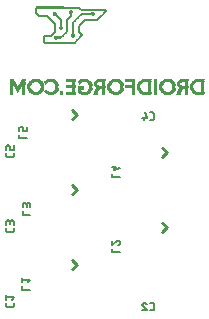
<source format=gbr>
G04 EAGLE Gerber RS-274X export*
G75*
%MOMM*%
%FSLAX34Y34*%
%LPD*%
%INSilkscreen Bottom*%
%IPPOS*%
%AMOC8*
5,1,8,0,0,1.08239X$1,22.5*%
G01*
%ADD10R,0.279400X0.025400*%
%ADD11R,0.254000X0.025400*%
%ADD12R,2.641600X0.025400*%
%ADD13R,0.685800X0.025400*%
%ADD14R,0.457200X0.025400*%
%ADD15R,0.863600X0.025400*%
%ADD16R,2.692400X0.025400*%
%ADD17R,0.762000X0.025400*%
%ADD18R,0.584200X0.025400*%
%ADD19R,2.743200X0.025400*%
%ADD20R,0.812800X0.025400*%
%ADD21R,2.768600X0.025400*%
%ADD22R,0.787400X0.025400*%
%ADD23R,2.794000X0.025400*%
%ADD24R,0.914400X0.025400*%
%ADD25R,0.838200X0.025400*%
%ADD26R,0.203200X0.025400*%
%ADD27R,0.127000X0.025400*%
%ADD28R,0.939800X0.025400*%
%ADD29R,0.889000X0.025400*%
%ADD30R,0.965200X0.025400*%
%ADD31R,0.990600X0.025400*%
%ADD32R,1.041400X0.025400*%
%ADD33R,1.016000X0.025400*%
%ADD34R,0.025400X0.025400*%
%ADD35R,0.508000X0.025400*%
%ADD36R,0.482600X0.025400*%
%ADD37R,1.066800X0.025400*%
%ADD38R,0.050800X0.025400*%
%ADD39R,0.406400X0.025400*%
%ADD40R,0.381000X0.025400*%
%ADD41R,0.076200X0.025400*%
%ADD42R,0.355600X0.025400*%
%ADD43R,0.330200X0.025400*%
%ADD44R,0.304800X0.025400*%
%ADD45R,0.101600X0.025400*%
%ADD46R,0.152400X0.025400*%
%ADD47R,0.228600X0.025400*%
%ADD48R,0.177800X0.025400*%
%ADD49R,0.635000X0.025400*%
%ADD50R,0.736600X0.025400*%
%ADD51R,0.431800X0.025400*%
%ADD52R,0.711200X0.025400*%
%ADD53R,0.533400X0.025400*%
%ADD54R,0.609600X0.025400*%
%ADD55R,1.168400X0.025400*%
%ADD56R,1.193800X0.025400*%
%ADD57R,1.117600X0.025400*%
%ADD58R,0.558800X0.025400*%
%ADD59R,2.184400X0.025400*%
%ADD60R,2.235200X0.025400*%
%ADD61R,3.810000X0.025400*%
%ADD62R,3.759200X0.025400*%
%ADD63R,3.733800X0.025400*%
%ADD64R,3.657600X0.025400*%
%ADD65R,2.336800X0.025400*%
%ADD66C,0.254000*%
%ADD67C,0.152400*%


D10*
X146558Y210312D03*
X102616Y210312D03*
D11*
X76327Y210312D03*
D10*
X47498Y210312D03*
X35052Y210312D03*
D12*
X55245Y254000D03*
D13*
X174244Y210566D03*
D11*
X162941Y210566D03*
D10*
X155702Y210566D03*
D14*
X146431Y210566D03*
D11*
X136525Y210566D03*
D13*
X129286Y210566D03*
D11*
X117983Y210566D03*
D14*
X102489Y210566D03*
D11*
X92583Y210566D03*
D10*
X85344Y210566D03*
D14*
X76327Y210566D03*
D15*
X64389Y210566D03*
D11*
X57277Y210566D03*
D14*
X47625Y210566D03*
X34925Y210566D03*
D11*
X25019Y210566D03*
X14605Y210566D03*
D16*
X55245Y254254D03*
D17*
X173863Y210820D03*
D11*
X162941Y210820D03*
D10*
X155956Y210820D03*
D18*
X146558Y210820D03*
D11*
X136525Y210820D03*
D17*
X128905Y210820D03*
D11*
X117983Y210820D03*
D18*
X102616Y210820D03*
D11*
X92583Y210820D03*
D10*
X85598Y210820D03*
D18*
X76200Y210820D03*
D15*
X64389Y210820D03*
D11*
X57277Y210820D03*
D18*
X47498Y210820D03*
X35052Y210820D03*
D11*
X25019Y210820D03*
X14605Y210820D03*
D19*
X55245Y254508D03*
D20*
X173609Y211074D03*
D11*
X162941Y211074D03*
X156083Y211074D03*
D13*
X146558Y211074D03*
D11*
X136525Y211074D03*
D20*
X128651Y211074D03*
D11*
X117983Y211074D03*
D13*
X102616Y211074D03*
D11*
X92583Y211074D03*
X85725Y211074D03*
D13*
X76200Y211074D03*
D15*
X64389Y211074D03*
D11*
X57277Y211074D03*
D13*
X47498Y211074D03*
X35052Y211074D03*
D11*
X25019Y211074D03*
X14605Y211074D03*
D21*
X55372Y254762D03*
D15*
X173355Y211328D03*
D11*
X162941Y211328D03*
X156083Y211328D03*
D22*
X146558Y211328D03*
D11*
X136525Y211328D03*
D15*
X128397Y211328D03*
D11*
X117983Y211328D03*
D22*
X102616Y211328D03*
D11*
X92583Y211328D03*
X85725Y211328D03*
D17*
X76327Y211328D03*
D15*
X64389Y211328D03*
D11*
X57277Y211328D03*
D17*
X47625Y211328D03*
D22*
X35052Y211328D03*
D11*
X25019Y211328D03*
X14605Y211328D03*
D23*
X55499Y255016D03*
D24*
X173101Y211582D03*
D11*
X162941Y211582D03*
D10*
X156210Y211582D03*
D25*
X146558Y211582D03*
D11*
X136525Y211582D03*
D24*
X128143Y211582D03*
D11*
X117983Y211582D03*
D25*
X102616Y211582D03*
D11*
X92583Y211582D03*
D10*
X85852Y211582D03*
D25*
X76200Y211582D03*
D15*
X64389Y211582D03*
D11*
X57277Y211582D03*
D25*
X47498Y211582D03*
X35052Y211582D03*
D11*
X25019Y211582D03*
X14605Y211582D03*
D26*
X68707Y255270D03*
D27*
X42164Y255270D03*
D28*
X172974Y211836D03*
D11*
X162941Y211836D03*
X156337Y211836D03*
D29*
X146558Y211836D03*
D11*
X136525Y211836D03*
D28*
X128016Y211836D03*
D11*
X117983Y211836D03*
D29*
X102616Y211836D03*
D11*
X92583Y211836D03*
X85979Y211836D03*
D24*
X76327Y211836D03*
D15*
X64389Y211836D03*
D11*
X57277Y211836D03*
D24*
X47625Y211836D03*
D29*
X35052Y211836D03*
D11*
X25019Y211836D03*
X14605Y211836D03*
D26*
X68961Y255524D03*
D27*
X42164Y255524D03*
D30*
X172847Y212090D03*
D11*
X162941Y212090D03*
X156337Y212090D03*
D31*
X146558Y212090D03*
D11*
X136525Y212090D03*
D30*
X127889Y212090D03*
D11*
X117983Y212090D03*
D31*
X102616Y212090D03*
D11*
X92583Y212090D03*
X85979Y212090D03*
D30*
X76327Y212090D03*
D15*
X64389Y212090D03*
D11*
X57277Y212090D03*
D30*
X47625Y212090D03*
D31*
X35052Y212090D03*
D11*
X25019Y212090D03*
X14605Y212090D03*
D26*
X69215Y255778D03*
D27*
X42164Y255778D03*
D31*
X172720Y212344D03*
D11*
X162941Y212344D03*
D10*
X156464Y212344D03*
D32*
X146558Y212344D03*
D11*
X136525Y212344D03*
D31*
X127762Y212344D03*
D11*
X117983Y212344D03*
D32*
X102616Y212344D03*
D11*
X92583Y212344D03*
D10*
X86106Y212344D03*
D33*
X76327Y212344D03*
D15*
X64389Y212344D03*
D11*
X57277Y212344D03*
D33*
X47625Y212344D03*
D32*
X35052Y212344D03*
D11*
X25019Y212344D03*
D34*
X20066Y212344D03*
D11*
X14605Y212344D03*
D26*
X69469Y256032D03*
D27*
X42164Y256032D03*
D11*
X176403Y212598D03*
D35*
X170053Y212598D03*
D11*
X162941Y212598D03*
X156591Y212598D03*
D35*
X149479Y212598D03*
X143637Y212598D03*
D11*
X136525Y212598D03*
X131445Y212598D03*
D35*
X125095Y212598D03*
D11*
X117983Y212598D03*
D35*
X105537Y212598D03*
X99695Y212598D03*
D11*
X92583Y212598D03*
X86233Y212598D03*
D35*
X79121Y212598D03*
D36*
X73406Y212598D03*
D15*
X64389Y212598D03*
D11*
X57277Y212598D03*
D37*
X47625Y212598D03*
D35*
X37973Y212598D03*
X32131Y212598D03*
D11*
X25019Y212598D03*
D38*
X19939Y212598D03*
D11*
X14605Y212598D03*
D26*
X69723Y256286D03*
D27*
X42164Y256286D03*
D11*
X176403Y212852D03*
D39*
X169291Y212852D03*
D11*
X162941Y212852D03*
X156591Y212852D03*
D39*
X149987Y212852D03*
X143129Y212852D03*
D11*
X136525Y212852D03*
X131445Y212852D03*
D39*
X124333Y212852D03*
D11*
X117983Y212852D03*
D39*
X106045Y212852D03*
X99187Y212852D03*
D11*
X92583Y212852D03*
X86233Y212852D03*
D39*
X79629Y212852D03*
D40*
X72644Y212852D03*
D11*
X67437Y212852D03*
X57277Y212852D03*
D39*
X50927Y212852D03*
X44069Y212852D03*
X38481Y212852D03*
X31623Y212852D03*
D11*
X25019Y212852D03*
D41*
X19812Y212852D03*
D11*
X14605Y212852D03*
D26*
X69977Y256540D03*
D27*
X42164Y256540D03*
D11*
X176403Y213106D03*
D42*
X169037Y213106D03*
D11*
X162941Y213106D03*
D10*
X156718Y213106D03*
D42*
X150495Y213106D03*
X142621Y213106D03*
D11*
X136525Y213106D03*
X131445Y213106D03*
D42*
X124079Y213106D03*
D11*
X117983Y213106D03*
D42*
X106553Y213106D03*
X98679Y213106D03*
D11*
X92583Y213106D03*
D10*
X86360Y213106D03*
D42*
X80137Y213106D03*
D43*
X72390Y213106D03*
D11*
X67437Y213106D03*
D42*
X51435Y213106D03*
D44*
X43815Y213106D03*
D42*
X38989Y213106D03*
X31115Y213106D03*
D11*
X25019Y213106D03*
D45*
X19939Y213106D03*
D11*
X14605Y213106D03*
D26*
X70231Y256794D03*
D27*
X42164Y256794D03*
D11*
X176403Y213360D03*
D43*
X168656Y213360D03*
D11*
X162941Y213360D03*
X156845Y213360D03*
D42*
X150749Y213360D03*
X142367Y213360D03*
D11*
X136525Y213360D03*
X131445Y213360D03*
D43*
X123698Y213360D03*
D11*
X117983Y213360D03*
D42*
X106807Y213360D03*
X98425Y213360D03*
D11*
X92583Y213360D03*
X86487Y213360D03*
D42*
X80391Y213360D03*
D10*
X72136Y213360D03*
D11*
X67437Y213360D03*
D42*
X51689Y213360D03*
D11*
X43815Y213360D03*
D42*
X39243Y213360D03*
X30861Y213360D03*
D11*
X25019Y213360D03*
D27*
X19812Y213360D03*
D11*
X14605Y213360D03*
D26*
X70485Y257048D03*
D27*
X42164Y257048D03*
D11*
X176403Y213614D03*
D43*
X168402Y213614D03*
D11*
X162941Y213614D03*
X156845Y213614D03*
D44*
X151003Y213614D03*
X142113Y213614D03*
D11*
X136525Y213614D03*
X131445Y213614D03*
D43*
X123444Y213614D03*
D11*
X117983Y213614D03*
D44*
X107061Y213614D03*
X98171Y213614D03*
D11*
X92583Y213614D03*
X86487Y213614D03*
D44*
X80645Y213614D03*
D11*
X72009Y213614D03*
X67437Y213614D03*
D44*
X51943Y213614D03*
D26*
X43815Y213614D03*
D44*
X39497Y213614D03*
X30607Y213614D03*
D11*
X25019Y213614D03*
D46*
X19939Y213614D03*
D11*
X14605Y213614D03*
D26*
X70739Y257302D03*
D27*
X42164Y257302D03*
D11*
X176403Y213868D03*
D44*
X168275Y213868D03*
D11*
X162941Y213868D03*
X157099Y213868D03*
D44*
X151257Y213868D03*
X141859Y213868D03*
D11*
X136525Y213868D03*
X131445Y213868D03*
D44*
X123317Y213868D03*
D11*
X117983Y213868D03*
D44*
X107315Y213868D03*
X97917Y213868D03*
D11*
X92583Y213868D03*
X86741Y213868D03*
D44*
X80899Y213868D03*
D47*
X71882Y213868D03*
D11*
X67437Y213868D03*
D44*
X52197Y213868D03*
D27*
X43688Y213868D03*
D44*
X39751Y213868D03*
X30353Y213868D03*
D11*
X25019Y213868D03*
D48*
X19812Y213868D03*
D11*
X14605Y213868D03*
D26*
X70993Y257556D03*
D46*
X52197Y257556D03*
D27*
X42164Y257556D03*
D11*
X176403Y214122D03*
D44*
X168021Y214122D03*
D11*
X162941Y214122D03*
X157099Y214122D03*
D44*
X151511Y214122D03*
D10*
X141732Y214122D03*
D11*
X136525Y214122D03*
X131445Y214122D03*
D44*
X123063Y214122D03*
D11*
X117983Y214122D03*
D44*
X107569Y214122D03*
D10*
X97790Y214122D03*
D11*
X92583Y214122D03*
X86741Y214122D03*
D44*
X81153Y214122D03*
D47*
X71882Y214122D03*
D11*
X67437Y214122D03*
D44*
X52451Y214122D03*
D45*
X43815Y214122D03*
D44*
X40005Y214122D03*
D10*
X30226Y214122D03*
D11*
X25019Y214122D03*
D47*
X19812Y214122D03*
D11*
X14605Y214122D03*
D26*
X71247Y257810D03*
D47*
X52324Y257810D03*
D27*
X42164Y257810D03*
D11*
X176403Y214376D03*
D10*
X167894Y214376D03*
D11*
X162941Y214376D03*
D10*
X157226Y214376D03*
X151638Y214376D03*
X141478Y214376D03*
D11*
X136525Y214376D03*
X131445Y214376D03*
D10*
X122936Y214376D03*
D11*
X117983Y214376D03*
D10*
X107696Y214376D03*
X97536Y214376D03*
D11*
X92583Y214376D03*
D10*
X86868Y214376D03*
X81280Y214376D03*
D47*
X71882Y214376D03*
D11*
X67437Y214376D03*
D10*
X52578Y214376D03*
D38*
X43815Y214376D03*
D10*
X40132Y214376D03*
X29972Y214376D03*
D11*
X25019Y214376D03*
X19939Y214376D03*
X14605Y214376D03*
D26*
X71501Y258064D03*
D11*
X52197Y258064D03*
D27*
X42164Y258064D03*
D11*
X176403Y214630D03*
D10*
X167640Y214630D03*
D11*
X162941Y214630D03*
X157353Y214630D03*
D10*
X151638Y214630D03*
X141478Y214630D03*
D11*
X136525Y214630D03*
X131445Y214630D03*
D10*
X122682Y214630D03*
D11*
X117983Y214630D03*
D10*
X107696Y214630D03*
X97536Y214630D03*
D11*
X92583Y214630D03*
X86995Y214630D03*
D10*
X81280Y214630D03*
D47*
X71882Y214630D03*
D11*
X67437Y214630D03*
D10*
X52578Y214630D03*
X40132Y214630D03*
X29972Y214630D03*
D11*
X25019Y214630D03*
D10*
X19812Y214630D03*
D11*
X14605Y214630D03*
D26*
X71755Y258318D03*
D18*
X53848Y258318D03*
D27*
X42164Y258318D03*
D11*
X176403Y214884D03*
D10*
X167640Y214884D03*
D11*
X162941Y214884D03*
D10*
X157480Y214884D03*
X151892Y214884D03*
X141224Y214884D03*
D11*
X136525Y214884D03*
X131445Y214884D03*
D10*
X122682Y214884D03*
D11*
X117983Y214884D03*
D10*
X107950Y214884D03*
X97282Y214884D03*
D11*
X92583Y214884D03*
D10*
X87122Y214884D03*
X81534Y214884D03*
D47*
X71882Y214884D03*
D11*
X67437Y214884D03*
D10*
X52832Y214884D03*
X40386Y214884D03*
X29718Y214884D03*
D11*
X25019Y214884D03*
D44*
X19939Y214884D03*
D11*
X14605Y214884D03*
D26*
X72009Y258572D03*
D49*
X53848Y258572D03*
D27*
X42164Y258572D03*
D11*
X176403Y215138D03*
X167513Y215138D03*
X162941Y215138D03*
D10*
X157734Y215138D03*
X151892Y215138D03*
X141224Y215138D03*
D11*
X136525Y215138D03*
X131445Y215138D03*
X122555Y215138D03*
X117983Y215138D03*
D10*
X107950Y215138D03*
X97282Y215138D03*
D11*
X92583Y215138D03*
D10*
X87376Y215138D03*
X81534Y215138D03*
D35*
X73279Y215138D03*
D11*
X67437Y215138D03*
D10*
X52832Y215138D03*
X40386Y215138D03*
X29718Y215138D03*
D11*
X25019Y215138D03*
D43*
X19812Y215138D03*
D11*
X14605Y215138D03*
D26*
X72263Y258826D03*
D36*
X54864Y258826D03*
D27*
X51308Y258826D03*
X42164Y258826D03*
D11*
X176403Y215392D03*
X167513Y215392D03*
X162941Y215392D03*
D43*
X157988Y215392D03*
D11*
X152019Y215392D03*
X141097Y215392D03*
X136525Y215392D03*
X131445Y215392D03*
X122555Y215392D03*
X117983Y215392D03*
X108077Y215392D03*
X97155Y215392D03*
X92583Y215392D03*
D43*
X87630Y215392D03*
D11*
X81661Y215392D03*
D35*
X73279Y215392D03*
D11*
X67437Y215392D03*
X52959Y215392D03*
X40513Y215392D03*
X29591Y215392D03*
X25019Y215392D03*
D42*
X19939Y215392D03*
D11*
X14605Y215392D03*
D26*
X72517Y259080D03*
D48*
X66294Y259080D03*
D13*
X54102Y259080D03*
D27*
X42164Y259080D03*
D11*
X176403Y215646D03*
D10*
X167386Y215646D03*
D17*
X160401Y215646D03*
D10*
X152146Y215646D03*
X140970Y215646D03*
D11*
X136525Y215646D03*
X131445Y215646D03*
D10*
X122428Y215646D03*
D11*
X117983Y215646D03*
D10*
X108204Y215646D03*
X97028Y215646D03*
D17*
X90043Y215646D03*
D10*
X81788Y215646D03*
D35*
X73279Y215646D03*
D11*
X67437Y215646D03*
D10*
X53086Y215646D03*
X40640Y215646D03*
X29464Y215646D03*
D11*
X25019Y215646D03*
D40*
X19812Y215646D03*
D11*
X14605Y215646D03*
D26*
X72771Y259334D03*
D47*
X66294Y259334D03*
D13*
X54356Y259334D03*
D27*
X42164Y259334D03*
D11*
X176403Y215900D03*
X167259Y215900D03*
D50*
X160528Y215900D03*
D10*
X152146Y215900D03*
X140970Y215900D03*
D11*
X136525Y215900D03*
X131445Y215900D03*
X122301Y215900D03*
X117983Y215900D03*
D10*
X108204Y215900D03*
X97028Y215900D03*
D50*
X90170Y215900D03*
D10*
X81788Y215900D03*
D35*
X73279Y215900D03*
D11*
X67437Y215900D03*
D10*
X53086Y215900D03*
X40640Y215900D03*
X29464Y215900D03*
D11*
X25019Y215900D03*
D51*
X19812Y215900D03*
D11*
X14605Y215900D03*
D26*
X73025Y259588D03*
D10*
X66294Y259588D03*
D48*
X57150Y259588D03*
D11*
X52197Y259588D03*
D46*
X42291Y259588D03*
D11*
X176403Y216154D03*
X167259Y216154D03*
D13*
X160782Y216154D03*
D11*
X152273Y216154D03*
X140843Y216154D03*
X136525Y216154D03*
X131445Y216154D03*
X122301Y216154D03*
X117983Y216154D03*
X108331Y216154D03*
X96901Y216154D03*
D13*
X90424Y216154D03*
D11*
X81915Y216154D03*
D35*
X73279Y216154D03*
D11*
X67437Y216154D03*
X53213Y216154D03*
X40767Y216154D03*
X29337Y216154D03*
X25019Y216154D03*
D51*
X19812Y216154D03*
D11*
X14605Y216154D03*
D26*
X73279Y259842D03*
D10*
X66294Y259842D03*
D48*
X57404Y259842D03*
D47*
X52324Y259842D03*
D13*
X44958Y259842D03*
D11*
X176403Y216408D03*
X167259Y216408D03*
D13*
X160782Y216408D03*
D11*
X152273Y216408D03*
X140843Y216408D03*
X136525Y216408D03*
X131445Y216408D03*
X122301Y216408D03*
D15*
X114935Y216408D03*
D11*
X108331Y216408D03*
X96901Y216408D03*
D13*
X90424Y216408D03*
D11*
X81915Y216408D03*
D35*
X73279Y216408D03*
D15*
X64389Y216408D03*
D11*
X53213Y216408D03*
X40767Y216408D03*
X29337Y216408D03*
X25019Y216408D03*
D36*
X19812Y216408D03*
D11*
X14605Y216408D03*
D48*
X73406Y260096D03*
D10*
X66294Y260096D03*
D48*
X57658Y260096D03*
X52324Y260096D03*
D52*
X45085Y260096D03*
D11*
X176403Y216662D03*
X167259Y216662D03*
D50*
X160528Y216662D03*
D11*
X152273Y216662D03*
X140843Y216662D03*
X136525Y216662D03*
X131445Y216662D03*
X122301Y216662D03*
D15*
X114935Y216662D03*
D11*
X108331Y216662D03*
X96901Y216662D03*
D50*
X90170Y216662D03*
D11*
X81915Y216662D03*
D35*
X73279Y216662D03*
D15*
X64389Y216662D03*
D11*
X53213Y216662D03*
X40767Y216662D03*
X29337Y216662D03*
X25019Y216662D03*
D35*
X19939Y216662D03*
D11*
X14605Y216662D03*
D48*
X73660Y260350D03*
D27*
X67056Y260350D03*
X65532Y260350D03*
D48*
X57912Y260350D03*
D52*
X45339Y260350D03*
D11*
X176403Y216916D03*
X167259Y216916D03*
D22*
X160274Y216916D03*
D11*
X152273Y216916D03*
X140843Y216916D03*
X136525Y216916D03*
X131445Y216916D03*
X122301Y216916D03*
D15*
X114935Y216916D03*
D11*
X108331Y216916D03*
X96901Y216916D03*
D22*
X89916Y216916D03*
D11*
X81915Y216916D03*
D35*
X73279Y216916D03*
D15*
X64389Y216916D03*
D11*
X53213Y216916D03*
X40767Y216916D03*
X29337Y216916D03*
X25019Y216916D03*
D53*
X19812Y216916D03*
D11*
X14605Y216916D03*
D46*
X73787Y260604D03*
D10*
X66294Y260604D03*
D48*
X58166Y260604D03*
D52*
X45593Y260604D03*
D11*
X176403Y217170D03*
X167259Y217170D03*
D20*
X160147Y217170D03*
D11*
X152273Y217170D03*
X140843Y217170D03*
X136525Y217170D03*
X131445Y217170D03*
X122301Y217170D03*
D15*
X114935Y217170D03*
D11*
X108331Y217170D03*
X96901Y217170D03*
D20*
X89789Y217170D03*
D11*
X81915Y217170D03*
D35*
X73279Y217170D03*
D15*
X64389Y217170D03*
D11*
X53213Y217170D03*
X40767Y217170D03*
X29337Y217170D03*
X25019Y217170D03*
D10*
X21336Y217170D03*
X18288Y217170D03*
D11*
X14605Y217170D03*
D27*
X73914Y260858D03*
D10*
X66294Y260858D03*
D48*
X58420Y260858D03*
D13*
X45974Y260858D03*
D11*
X176403Y217424D03*
X167259Y217424D03*
D25*
X160020Y217424D03*
D11*
X152273Y217424D03*
X140843Y217424D03*
X136525Y217424D03*
X131445Y217424D03*
X122301Y217424D03*
D15*
X114935Y217424D03*
D11*
X108331Y217424D03*
X96901Y217424D03*
D25*
X89662Y217424D03*
D11*
X81915Y217424D03*
D15*
X64389Y217424D03*
D11*
X53213Y217424D03*
X40767Y217424D03*
X29337Y217424D03*
X25019Y217424D03*
X21463Y217424D03*
D10*
X18288Y217424D03*
D11*
X14605Y217424D03*
D46*
X73787Y261112D03*
D10*
X66294Y261112D03*
D48*
X58674Y261112D03*
X48768Y261112D03*
D11*
X176403Y217678D03*
X167259Y217678D03*
X162941Y217678D03*
D44*
X157353Y217678D03*
D11*
X152273Y217678D03*
X140843Y217678D03*
X136525Y217678D03*
X131445Y217678D03*
X122301Y217678D03*
D15*
X114935Y217678D03*
D11*
X108331Y217678D03*
X96901Y217678D03*
X92583Y217678D03*
D44*
X86995Y217678D03*
D11*
X81915Y217678D03*
D15*
X64389Y217678D03*
D11*
X53213Y217678D03*
X40767Y217678D03*
X29337Y217678D03*
X25019Y217678D03*
D10*
X21590Y217678D03*
X18034Y217678D03*
D11*
X14605Y217678D03*
D48*
X73660Y261366D03*
D47*
X66294Y261366D03*
D48*
X58928Y261366D03*
X49022Y261366D03*
D11*
X176403Y217932D03*
X167259Y217932D03*
X162941Y217932D03*
D10*
X156972Y217932D03*
D11*
X152273Y217932D03*
X140843Y217932D03*
X136525Y217932D03*
X131445Y217932D03*
X122301Y217932D03*
D15*
X114935Y217932D03*
D11*
X108331Y217932D03*
X96901Y217932D03*
X92583Y217932D03*
D10*
X86614Y217932D03*
D11*
X81915Y217932D03*
D15*
X64389Y217932D03*
D11*
X53213Y217932D03*
X40767Y217932D03*
X29337Y217932D03*
X25019Y217932D03*
X21717Y217932D03*
X17907Y217932D03*
X14605Y217932D03*
D48*
X73406Y261620D03*
X66294Y261620D03*
X59182Y261620D03*
X49276Y261620D03*
D11*
X176403Y218186D03*
X167259Y218186D03*
X162941Y218186D03*
D10*
X156718Y218186D03*
X152146Y218186D03*
X140970Y218186D03*
D11*
X136525Y218186D03*
X131445Y218186D03*
X122301Y218186D03*
D15*
X114935Y218186D03*
D10*
X108204Y218186D03*
X97028Y218186D03*
D11*
X92583Y218186D03*
D10*
X86360Y218186D03*
X81788Y218186D03*
D15*
X64389Y218186D03*
D10*
X53086Y218186D03*
X40640Y218186D03*
X29464Y218186D03*
D11*
X25019Y218186D03*
D10*
X21844Y218186D03*
X17780Y218186D03*
D11*
X14605Y218186D03*
D26*
X73279Y261874D03*
D27*
X66294Y261874D03*
D48*
X59436Y261874D03*
X49530Y261874D03*
D11*
X176403Y218440D03*
X167513Y218440D03*
X162941Y218440D03*
X156591Y218440D03*
X152019Y218440D03*
X141097Y218440D03*
X136525Y218440D03*
X131445Y218440D03*
X122555Y218440D03*
X117983Y218440D03*
X108077Y218440D03*
X97155Y218440D03*
X92583Y218440D03*
X86233Y218440D03*
X81661Y218440D03*
X67437Y218440D03*
X52959Y218440D03*
X40513Y218440D03*
X29591Y218440D03*
X25019Y218440D03*
X21971Y218440D03*
X17653Y218440D03*
X14605Y218440D03*
D26*
X73025Y262128D03*
D27*
X66294Y262128D03*
D48*
X59690Y262128D03*
X49784Y262128D03*
D11*
X176403Y218694D03*
X167513Y218694D03*
X162941Y218694D03*
X156591Y218694D03*
X152019Y218694D03*
X141097Y218694D03*
X136525Y218694D03*
X131445Y218694D03*
X122555Y218694D03*
X117983Y218694D03*
X108077Y218694D03*
X97155Y218694D03*
X92583Y218694D03*
X86233Y218694D03*
X81661Y218694D03*
X67437Y218694D03*
X52959Y218694D03*
X40513Y218694D03*
X29591Y218694D03*
X25019Y218694D03*
D10*
X22098Y218694D03*
X17526Y218694D03*
D11*
X14605Y218694D03*
D26*
X72771Y262382D03*
D27*
X66294Y262382D03*
D48*
X59944Y262382D03*
X50038Y262382D03*
D11*
X176403Y218948D03*
X167513Y218948D03*
X162941Y218948D03*
X156337Y218948D03*
D10*
X151892Y218948D03*
X141224Y218948D03*
D11*
X136525Y218948D03*
X131445Y218948D03*
X122555Y218948D03*
X117983Y218948D03*
D10*
X107950Y218948D03*
X97282Y218948D03*
D11*
X92583Y218948D03*
X85979Y218948D03*
D10*
X81534Y218948D03*
D11*
X67437Y218948D03*
D10*
X52832Y218948D03*
X40386Y218948D03*
X29718Y218948D03*
D11*
X25019Y218948D03*
X22225Y218948D03*
D53*
X16002Y218948D03*
D26*
X72517Y262636D03*
D27*
X66294Y262636D03*
D48*
X60198Y262636D03*
X50292Y262636D03*
D11*
X176403Y219202D03*
D10*
X167640Y219202D03*
D11*
X162941Y219202D03*
X156337Y219202D03*
D10*
X151638Y219202D03*
X141478Y219202D03*
D11*
X136525Y219202D03*
X131445Y219202D03*
D10*
X122682Y219202D03*
D11*
X117983Y219202D03*
D10*
X107696Y219202D03*
X97536Y219202D03*
D11*
X92583Y219202D03*
X85979Y219202D03*
D10*
X81280Y219202D03*
D11*
X67437Y219202D03*
D10*
X52578Y219202D03*
X40132Y219202D03*
X29972Y219202D03*
D53*
X23622Y219202D03*
X16002Y219202D03*
D26*
X72263Y262890D03*
D27*
X66294Y262890D03*
D48*
X60452Y262890D03*
X50546Y262890D03*
D11*
X176403Y219456D03*
X167767Y219456D03*
X162941Y219456D03*
X156337Y219456D03*
D10*
X151638Y219456D03*
X141478Y219456D03*
D11*
X136525Y219456D03*
X131445Y219456D03*
X122809Y219456D03*
X117983Y219456D03*
D10*
X107696Y219456D03*
X97536Y219456D03*
D11*
X92583Y219456D03*
X85979Y219456D03*
D10*
X81280Y219456D03*
D34*
X72644Y219456D03*
D11*
X67437Y219456D03*
D10*
X52578Y219456D03*
D34*
X43942Y219456D03*
D10*
X40132Y219456D03*
X29972Y219456D03*
D35*
X23749Y219456D03*
X15875Y219456D03*
D48*
X72136Y263144D03*
D27*
X66294Y263144D03*
D48*
X60706Y263144D03*
X50800Y263144D03*
D11*
X176403Y219710D03*
D10*
X167894Y219710D03*
D11*
X162941Y219710D03*
X156337Y219710D03*
D44*
X151511Y219710D03*
X141605Y219710D03*
D11*
X136525Y219710D03*
X131445Y219710D03*
D10*
X122936Y219710D03*
D11*
X117983Y219710D03*
D44*
X107569Y219710D03*
X97663Y219710D03*
D11*
X92583Y219710D03*
X85979Y219710D03*
D44*
X81153Y219710D03*
D38*
X72517Y219710D03*
D11*
X67437Y219710D03*
D44*
X52451Y219710D03*
D38*
X43815Y219710D03*
D44*
X40005Y219710D03*
X30099Y219710D03*
D36*
X23876Y219710D03*
X15748Y219710D03*
D48*
X71882Y263398D03*
D27*
X66294Y263398D03*
D48*
X60960Y263398D03*
X51054Y263398D03*
D11*
X176403Y219964D03*
D10*
X168148Y219964D03*
D11*
X162941Y219964D03*
X156337Y219964D03*
D44*
X151257Y219964D03*
X141859Y219964D03*
D11*
X136525Y219964D03*
X131445Y219964D03*
D10*
X123190Y219964D03*
D11*
X117983Y219964D03*
D44*
X107315Y219964D03*
X97917Y219964D03*
D11*
X92583Y219964D03*
X85979Y219964D03*
D44*
X80899Y219964D03*
D41*
X72390Y219964D03*
D11*
X67437Y219964D03*
D44*
X52197Y219964D03*
D45*
X43815Y219964D03*
D44*
X39751Y219964D03*
X30353Y219964D03*
D36*
X23876Y219964D03*
X15748Y219964D03*
D46*
X71755Y263652D03*
D27*
X66294Y263652D03*
D46*
X61087Y263652D03*
X51181Y263652D03*
D11*
X176403Y220218D03*
D44*
X168275Y220218D03*
D11*
X162941Y220218D03*
X156337Y220218D03*
D43*
X151130Y220218D03*
X141986Y220218D03*
D11*
X136525Y220218D03*
X131445Y220218D03*
D44*
X123317Y220218D03*
D11*
X117983Y220218D03*
D43*
X107188Y220218D03*
X98044Y220218D03*
D11*
X92583Y220218D03*
X85979Y220218D03*
D43*
X80772Y220218D03*
D27*
X72390Y220218D03*
D11*
X67437Y220218D03*
D43*
X52070Y220218D03*
D46*
X43815Y220218D03*
D43*
X39624Y220218D03*
X30480Y220218D03*
D14*
X24003Y220218D03*
X15621Y220218D03*
D27*
X71628Y263906D03*
X66294Y263906D03*
X61214Y263906D03*
X51308Y263906D03*
D11*
X176403Y220472D03*
D44*
X168529Y220472D03*
D11*
X162941Y220472D03*
D10*
X156464Y220472D03*
D43*
X150876Y220472D03*
X142240Y220472D03*
D11*
X136525Y220472D03*
X131445Y220472D03*
D44*
X123571Y220472D03*
D11*
X117983Y220472D03*
D43*
X106934Y220472D03*
X98298Y220472D03*
D11*
X92583Y220472D03*
D10*
X86106Y220472D03*
D43*
X80518Y220472D03*
D26*
X72517Y220472D03*
D11*
X67437Y220472D03*
D43*
X51816Y220472D03*
D47*
X43942Y220472D03*
D43*
X39370Y220472D03*
X30734Y220472D03*
D14*
X24003Y220472D03*
X15621Y220472D03*
D27*
X71628Y264160D03*
X66294Y264160D03*
X61214Y264160D03*
D46*
X51435Y264160D03*
D11*
X176403Y220726D03*
D43*
X168656Y220726D03*
D11*
X162941Y220726D03*
D10*
X156718Y220726D03*
D42*
X150495Y220726D03*
X142621Y220726D03*
D11*
X136525Y220726D03*
X131445Y220726D03*
D43*
X123698Y220726D03*
D11*
X117983Y220726D03*
D42*
X106553Y220726D03*
X98679Y220726D03*
D11*
X92583Y220726D03*
D10*
X86360Y220726D03*
D42*
X80137Y220726D03*
D11*
X72517Y220726D03*
X67437Y220726D03*
D42*
X51435Y220726D03*
D10*
X43942Y220726D03*
D42*
X38989Y220726D03*
X31115Y220726D03*
D51*
X24130Y220726D03*
X15494Y220726D03*
D27*
X71628Y264414D03*
X66294Y264414D03*
X61214Y264414D03*
X51562Y264414D03*
D11*
X176403Y220980D03*
D42*
X169037Y220980D03*
D11*
X162941Y220980D03*
D10*
X156718Y220980D03*
D39*
X150241Y220980D03*
X142875Y220980D03*
D11*
X136525Y220980D03*
X131445Y220980D03*
D42*
X124079Y220980D03*
D11*
X117983Y220980D03*
D39*
X106299Y220980D03*
X98933Y220980D03*
D11*
X92583Y220980D03*
D10*
X86360Y220980D03*
D39*
X79883Y220980D03*
D43*
X72644Y220980D03*
D11*
X67437Y220980D03*
D39*
X51181Y220980D03*
D40*
X43942Y220980D03*
D39*
X38735Y220980D03*
X31369Y220980D03*
D51*
X24130Y220980D03*
D39*
X15367Y220980D03*
D27*
X71628Y264668D03*
X66294Y264668D03*
X61214Y264668D03*
X51562Y264668D03*
D11*
X176403Y221234D03*
D40*
X169418Y221234D03*
D11*
X162941Y221234D03*
D43*
X156972Y221234D03*
D14*
X149733Y221234D03*
X143383Y221234D03*
D11*
X136525Y221234D03*
X131445Y221234D03*
D40*
X124460Y221234D03*
D11*
X117983Y221234D03*
D14*
X105791Y221234D03*
X99441Y221234D03*
D11*
X92583Y221234D03*
D43*
X86614Y221234D03*
D36*
X79248Y221234D03*
D14*
X73025Y221234D03*
D11*
X67437Y221234D03*
D14*
X50673Y221234D03*
X44577Y221234D03*
X38227Y221234D03*
X31877Y221234D03*
D39*
X24257Y221234D03*
X15367Y221234D03*
D27*
X71628Y264922D03*
X66294Y264922D03*
X61214Y264922D03*
X51562Y264922D03*
D31*
X172720Y221488D03*
D11*
X162941Y221488D03*
D42*
X157353Y221488D03*
D32*
X146558Y221488D03*
D11*
X136525Y221488D03*
D31*
X127762Y221488D03*
D15*
X114935Y221488D03*
D32*
X102616Y221488D03*
D11*
X92583Y221488D03*
D42*
X86995Y221488D03*
D32*
X76200Y221488D03*
D15*
X64389Y221488D03*
D33*
X47625Y221488D03*
D32*
X35052Y221488D03*
D40*
X24384Y221488D03*
X15240Y221488D03*
D27*
X71628Y265176D03*
X66294Y265176D03*
X61214Y265176D03*
X51562Y265176D03*
D30*
X172847Y221742D03*
D15*
X159893Y221742D03*
D31*
X146558Y221742D03*
D11*
X136525Y221742D03*
D30*
X127889Y221742D03*
D15*
X114935Y221742D03*
D31*
X102616Y221742D03*
D15*
X89535Y221742D03*
D31*
X76200Y221742D03*
D15*
X64389Y221742D03*
D30*
X47625Y221742D03*
D31*
X35052Y221742D03*
D40*
X24384Y221742D03*
X15240Y221742D03*
D27*
X71628Y265430D03*
X66294Y265430D03*
X61214Y265430D03*
X51562Y265430D03*
D28*
X172974Y221996D03*
D25*
X160020Y221996D03*
D28*
X146558Y221996D03*
D11*
X136525Y221996D03*
D28*
X128016Y221996D03*
D15*
X114935Y221996D03*
D28*
X102616Y221996D03*
D25*
X89662Y221996D03*
D28*
X76200Y221996D03*
D15*
X64389Y221996D03*
D24*
X47625Y221996D03*
D28*
X35052Y221996D03*
D42*
X24511Y221996D03*
X15113Y221996D03*
D27*
X71628Y265684D03*
X66294Y265684D03*
X61214Y265684D03*
X56388Y265684D03*
X51562Y265684D03*
D24*
X173101Y222250D03*
D20*
X160147Y222250D03*
D29*
X146558Y222250D03*
D11*
X136525Y222250D03*
D24*
X128143Y222250D03*
D15*
X114935Y222250D03*
D29*
X102616Y222250D03*
D20*
X89789Y222250D03*
D15*
X76073Y222250D03*
X64389Y222250D03*
X47625Y222250D03*
D29*
X35052Y222250D03*
D42*
X24511Y222250D03*
X15113Y222250D03*
D27*
X71628Y265938D03*
X66294Y265938D03*
X61214Y265938D03*
D26*
X56261Y265938D03*
D27*
X51562Y265938D03*
D15*
X173355Y222504D03*
D22*
X160274Y222504D03*
X146558Y222504D03*
D11*
X136525Y222504D03*
D15*
X128397Y222504D03*
X114935Y222504D03*
D22*
X102616Y222504D03*
X89916Y222504D03*
X76200Y222504D03*
D15*
X64389Y222504D03*
D22*
X47498Y222504D03*
X35052Y222504D03*
D43*
X24638Y222504D03*
X14986Y222504D03*
D27*
X71628Y266192D03*
X66294Y266192D03*
X61214Y266192D03*
D47*
X56388Y266192D03*
D27*
X51562Y266192D03*
D25*
X173482Y222758D03*
D17*
X160401Y222758D03*
D13*
X146558Y222758D03*
D11*
X136525Y222758D03*
D25*
X128524Y222758D03*
D15*
X114935Y222758D03*
D13*
X102616Y222758D03*
D17*
X90043Y222758D03*
D52*
X76073Y222758D03*
D15*
X64389Y222758D03*
D52*
X47625Y222758D03*
D13*
X35052Y222758D03*
D43*
X24638Y222758D03*
D44*
X14859Y222758D03*
D27*
X71628Y266446D03*
X66294Y266446D03*
X61214Y266446D03*
D10*
X56388Y266446D03*
D27*
X51562Y266446D03*
D22*
X173736Y223012D03*
D52*
X160655Y223012D03*
D49*
X146558Y223012D03*
D11*
X136525Y223012D03*
D22*
X128778Y223012D03*
D15*
X114935Y223012D03*
D49*
X102616Y223012D03*
D52*
X90297Y223012D03*
D54*
X76073Y223012D03*
D15*
X64389Y223012D03*
D54*
X47625Y223012D03*
D49*
X35052Y223012D03*
D44*
X24765Y223012D03*
X14859Y223012D03*
D27*
X71628Y266700D03*
X66294Y266700D03*
X61214Y266700D03*
D10*
X56388Y266700D03*
D27*
X51562Y266700D03*
D52*
X174117Y223266D03*
D49*
X161036Y223266D03*
D36*
X146558Y223266D03*
D11*
X136525Y223266D03*
D52*
X129159Y223266D03*
D15*
X114935Y223266D03*
D36*
X102616Y223266D03*
D49*
X90678Y223266D03*
D36*
X76200Y223266D03*
D15*
X64389Y223266D03*
D36*
X47498Y223266D03*
X35052Y223266D03*
D44*
X24765Y223266D03*
D10*
X14732Y223266D03*
D27*
X71628Y266954D03*
X66294Y266954D03*
X61214Y266954D03*
X57150Y266954D03*
X55626Y266954D03*
X51562Y266954D03*
D43*
X146558Y223520D03*
X102616Y223520D03*
X76200Y223520D03*
X47498Y223520D03*
X35052Y223520D03*
D27*
X71628Y267208D03*
X66294Y267208D03*
X61214Y267208D03*
X57150Y267208D03*
X55626Y267208D03*
X51562Y267208D03*
X71628Y267462D03*
X66294Y267462D03*
X61214Y267462D03*
D10*
X56388Y267462D03*
D27*
X51562Y267462D03*
X71628Y267716D03*
X66294Y267716D03*
X61214Y267716D03*
D10*
X56388Y267716D03*
D27*
X51562Y267716D03*
X71628Y267970D03*
X66294Y267970D03*
X61214Y267970D03*
D47*
X56388Y267970D03*
D27*
X51562Y267970D03*
X71628Y268224D03*
X66294Y268224D03*
X61214Y268224D03*
D26*
X56261Y268224D03*
D27*
X51562Y268224D03*
D46*
X71755Y268478D03*
D27*
X66294Y268478D03*
X61214Y268478D03*
X56388Y268478D03*
X51562Y268478D03*
D46*
X72009Y268732D03*
D27*
X66294Y268732D03*
X61214Y268732D03*
X56388Y268732D03*
X51562Y268732D03*
D48*
X72136Y268986D03*
D27*
X66294Y268986D03*
X61214Y268986D03*
X56388Y268986D03*
X51562Y268986D03*
D48*
X72390Y269240D03*
D27*
X66294Y269240D03*
X61214Y269240D03*
X56388Y269240D03*
X51562Y269240D03*
D48*
X72644Y269494D03*
D27*
X66294Y269494D03*
X61214Y269494D03*
X56388Y269494D03*
X51562Y269494D03*
D48*
X72898Y269748D03*
D27*
X66294Y269748D03*
X61214Y269748D03*
X56388Y269748D03*
X51562Y269748D03*
D48*
X73152Y270002D03*
D27*
X66294Y270002D03*
X61214Y270002D03*
X56388Y270002D03*
D46*
X51435Y270002D03*
D48*
X73406Y270256D03*
D27*
X66294Y270256D03*
X61214Y270256D03*
X56388Y270256D03*
D46*
X51181Y270256D03*
D48*
X73660Y270510D03*
D27*
X66294Y270510D03*
X61214Y270510D03*
X56388Y270510D03*
D48*
X51054Y270510D03*
X73914Y270764D03*
D27*
X66294Y270764D03*
X61214Y270764D03*
X56388Y270764D03*
D26*
X50927Y270764D03*
D48*
X74168Y271018D03*
D27*
X66294Y271018D03*
X61214Y271018D03*
X56388Y271018D03*
D26*
X50673Y271018D03*
D48*
X74422Y271272D03*
D46*
X66421Y271272D03*
D27*
X61214Y271272D03*
X56388Y271272D03*
D26*
X50419Y271272D03*
D48*
X74676Y271526D03*
X66548Y271526D03*
D27*
X61214Y271526D03*
X56388Y271526D03*
D26*
X50165Y271526D03*
D48*
X74930Y271780D03*
X66802Y271780D03*
D27*
X61214Y271780D03*
X56388Y271780D03*
D26*
X49911Y271780D03*
D48*
X75184Y272034D03*
X67056Y272034D03*
D27*
X61214Y272034D03*
X56388Y272034D03*
D26*
X49657Y272034D03*
D48*
X75438Y272288D03*
X67310Y272288D03*
D27*
X61214Y272288D03*
X56388Y272288D03*
D26*
X49403Y272288D03*
D48*
X75692Y272542D03*
X67564Y272542D03*
D27*
X61214Y272542D03*
X56388Y272542D03*
D26*
X49149Y272542D03*
D48*
X75946Y272796D03*
X67818Y272796D03*
D27*
X61214Y272796D03*
X56388Y272796D03*
D26*
X48895Y272796D03*
D48*
X76200Y273050D03*
X68072Y273050D03*
D27*
X61214Y273050D03*
X56388Y273050D03*
D26*
X48641Y273050D03*
D55*
X81407Y273304D03*
D48*
X68326Y273304D03*
D46*
X61341Y273304D03*
D27*
X56388Y273304D03*
D26*
X48387Y273304D03*
D56*
X81788Y273558D03*
D48*
X68580Y273558D03*
X61468Y273558D03*
D46*
X56261Y273558D03*
D26*
X48133Y273558D03*
D56*
X82042Y273812D03*
D48*
X68834Y273812D03*
X61722Y273812D03*
X56134Y273812D03*
D26*
X47879Y273812D03*
D56*
X82296Y274066D03*
D48*
X69088Y274066D03*
X61976Y274066D03*
X55880Y274066D03*
D26*
X47625Y274066D03*
D56*
X82550Y274320D03*
D48*
X69342Y274320D03*
X62230Y274320D03*
X55626Y274320D03*
D26*
X47371Y274320D03*
X87757Y274574D03*
D48*
X69596Y274574D03*
X62484Y274574D03*
X55372Y274574D03*
D26*
X47117Y274574D03*
D48*
X88138Y274828D03*
X69850Y274828D03*
X62738Y274828D03*
X55118Y274828D03*
D26*
X46863Y274828D03*
D48*
X88392Y275082D03*
X70104Y275082D03*
X62992Y275082D03*
X54864Y275082D03*
D26*
X46609Y275082D03*
D48*
X88646Y275336D03*
X70358Y275336D03*
X63246Y275336D03*
X54610Y275336D03*
D26*
X46355Y275336D03*
D48*
X88900Y275590D03*
X70612Y275590D03*
X63500Y275590D03*
X54356Y275590D03*
D26*
X46101Y275590D03*
D48*
X89154Y275844D03*
X70866Y275844D03*
X63754Y275844D03*
X54102Y275844D03*
D26*
X45847Y275844D03*
D48*
X89408Y276098D03*
X71120Y276098D03*
X64008Y276098D03*
X53848Y276098D03*
D26*
X45593Y276098D03*
D48*
X89662Y276352D03*
X71374Y276352D03*
X64262Y276352D03*
X53594Y276352D03*
D26*
X45339Y276352D03*
D48*
X89916Y276606D03*
X71628Y276606D03*
X64516Y276606D03*
X53340Y276606D03*
D26*
X45085Y276606D03*
D48*
X90170Y276860D03*
X71882Y276860D03*
D46*
X64643Y276860D03*
D48*
X53086Y276860D03*
D29*
X41402Y276860D03*
D48*
X90424Y277114D03*
X72136Y277114D03*
D27*
X64770Y277114D03*
D48*
X52832Y277114D03*
D24*
X41021Y277114D03*
D26*
X90805Y277368D03*
D34*
X83058Y277368D03*
D48*
X72390Y277368D03*
D27*
X64770Y277368D03*
D48*
X52578Y277368D03*
D24*
X40767Y277368D03*
D26*
X91059Y277622D03*
D48*
X83058Y277622D03*
X72644Y277622D03*
D27*
X64770Y277622D03*
D10*
X51816Y277622D03*
D24*
X40513Y277622D03*
D26*
X91313Y277876D03*
D47*
X83058Y277876D03*
D48*
X72898Y277876D03*
D27*
X64770Y277876D03*
D10*
X51562Y277876D03*
D15*
X40005Y277876D03*
D26*
X91567Y278130D03*
D10*
X83058Y278130D03*
D48*
X73152Y278130D03*
D27*
X64770Y278130D03*
D10*
X51308Y278130D03*
D26*
X36449Y278130D03*
X91821Y278384D03*
D56*
X78486Y278384D03*
D27*
X64770Y278384D03*
D10*
X51308Y278384D03*
D48*
X36322Y278384D03*
D26*
X92075Y278638D03*
D55*
X78613Y278638D03*
D27*
X64770Y278638D03*
D44*
X51181Y278638D03*
D48*
X36068Y278638D03*
D26*
X92329Y278892D03*
D27*
X83820Y278892D03*
D31*
X77978Y278892D03*
D27*
X64770Y278892D03*
X52070Y278892D03*
X50292Y278892D03*
D48*
X35814Y278892D03*
D26*
X92583Y279146D03*
D57*
X78867Y279146D03*
D26*
X64897Y279146D03*
D44*
X51181Y279146D03*
D46*
X35687Y279146D03*
D26*
X92837Y279400D03*
D58*
X81661Y279400D03*
D11*
X64897Y279400D03*
D44*
X51181Y279400D03*
D27*
X35560Y279400D03*
D26*
X93091Y279654D03*
D11*
X83185Y279654D03*
D10*
X64770Y279654D03*
D11*
X51181Y279654D03*
D27*
X35560Y279654D03*
D26*
X93345Y279908D03*
D47*
X83058Y279908D03*
D10*
X64770Y279908D03*
D47*
X51308Y279908D03*
D27*
X35560Y279908D03*
D26*
X93599Y280162D03*
D46*
X83185Y280162D03*
X65659Y280162D03*
D27*
X64008Y280162D03*
D48*
X51308Y280162D03*
D27*
X35560Y280162D03*
D26*
X93853Y280416D03*
D44*
X64897Y280416D03*
D27*
X35560Y280416D03*
D48*
X93980Y280670D03*
D10*
X64770Y280670D03*
D27*
X35560Y280670D03*
D48*
X94234Y280924D03*
D10*
X64770Y280924D03*
D27*
X35560Y280924D03*
D46*
X94361Y281178D03*
D11*
X64897Y281178D03*
D27*
X35560Y281178D03*
X94488Y281432D03*
D26*
X64897Y281432D03*
D27*
X35560Y281432D03*
D59*
X84201Y281686D03*
D45*
X64897Y281686D03*
D27*
X35560Y281686D03*
D60*
X83947Y281940D03*
D27*
X35560Y281940D03*
D60*
X83693Y282194D03*
D27*
X35560Y282194D03*
D60*
X83439Y282448D03*
D27*
X35560Y282448D03*
D60*
X83185Y282702D03*
D27*
X35560Y282702D03*
D26*
X72771Y282956D03*
D27*
X35560Y282956D03*
D26*
X72517Y283210D03*
D27*
X35560Y283210D03*
D56*
X67310Y283464D03*
D27*
X35560Y283464D03*
D61*
X53975Y283718D03*
D62*
X53975Y283972D03*
D63*
X53848Y284226D03*
D64*
X53721Y284480D03*
D65*
X47371Y284734D03*
D66*
X69725Y66880D02*
X65915Y63070D01*
X69725Y66880D02*
X65915Y70690D01*
D67*
X30226Y45930D02*
X23622Y45930D01*
X23622Y48865D01*
X28758Y52001D02*
X30226Y53836D01*
X23622Y53836D01*
X23622Y55670D02*
X23622Y52001D01*
D66*
X142115Y94820D02*
X145925Y98630D01*
X142115Y102440D01*
D67*
X106426Y77680D02*
X99822Y77680D01*
X99822Y80615D01*
X106426Y85769D02*
X106424Y85848D01*
X106419Y85926D01*
X106409Y86004D01*
X106396Y86081D01*
X106379Y86158D01*
X106359Y86234D01*
X106335Y86309D01*
X106308Y86383D01*
X106277Y86455D01*
X106242Y86526D01*
X106205Y86595D01*
X106164Y86662D01*
X106120Y86727D01*
X106073Y86790D01*
X106023Y86850D01*
X105970Y86908D01*
X105914Y86964D01*
X105856Y87017D01*
X105796Y87067D01*
X105733Y87114D01*
X105668Y87158D01*
X105601Y87199D01*
X105532Y87236D01*
X105461Y87271D01*
X105389Y87302D01*
X105315Y87329D01*
X105240Y87353D01*
X105164Y87373D01*
X105087Y87390D01*
X105010Y87403D01*
X104932Y87413D01*
X104854Y87418D01*
X104775Y87420D01*
X106426Y85769D02*
X106424Y85680D01*
X106419Y85591D01*
X106409Y85503D01*
X106396Y85415D01*
X106380Y85328D01*
X106359Y85241D01*
X106335Y85156D01*
X106308Y85071D01*
X106277Y84988D01*
X106242Y84906D01*
X106204Y84825D01*
X106163Y84746D01*
X106119Y84670D01*
X106071Y84594D01*
X106020Y84521D01*
X105967Y84451D01*
X105910Y84382D01*
X105850Y84316D01*
X105788Y84253D01*
X105723Y84192D01*
X105656Y84134D01*
X105586Y84079D01*
X105514Y84026D01*
X105440Y83977D01*
X105364Y83931D01*
X105286Y83889D01*
X105206Y83849D01*
X105125Y83813D01*
X105042Y83780D01*
X104958Y83751D01*
X103491Y86870D02*
X103547Y86926D01*
X103606Y86980D01*
X103667Y87031D01*
X103731Y87080D01*
X103796Y87125D01*
X103864Y87168D01*
X103933Y87207D01*
X104004Y87244D01*
X104077Y87277D01*
X104151Y87306D01*
X104226Y87333D01*
X104302Y87356D01*
X104380Y87375D01*
X104458Y87391D01*
X104536Y87404D01*
X104616Y87413D01*
X104695Y87418D01*
X104775Y87420D01*
X103491Y86870D02*
X99822Y83751D01*
X99822Y87420D01*
D66*
X65915Y126570D02*
X69725Y130380D01*
X65915Y134190D01*
D67*
X30353Y109430D02*
X23749Y109430D01*
X23749Y112365D01*
X23749Y115501D02*
X23749Y117336D01*
X23751Y117421D01*
X23757Y117505D01*
X23767Y117589D01*
X23780Y117673D01*
X23798Y117756D01*
X23819Y117838D01*
X23844Y117919D01*
X23873Y117999D01*
X23905Y118077D01*
X23941Y118153D01*
X23981Y118228D01*
X24024Y118301D01*
X24070Y118372D01*
X24119Y118441D01*
X24172Y118508D01*
X24228Y118572D01*
X24286Y118633D01*
X24347Y118691D01*
X24411Y118747D01*
X24478Y118800D01*
X24547Y118849D01*
X24618Y118895D01*
X24691Y118938D01*
X24766Y118978D01*
X24842Y119014D01*
X24920Y119046D01*
X25000Y119075D01*
X25081Y119100D01*
X25163Y119121D01*
X25246Y119139D01*
X25330Y119152D01*
X25414Y119162D01*
X25498Y119168D01*
X25583Y119170D01*
X25668Y119168D01*
X25752Y119162D01*
X25836Y119152D01*
X25920Y119139D01*
X26003Y119121D01*
X26085Y119100D01*
X26166Y119075D01*
X26246Y119046D01*
X26324Y119014D01*
X26400Y118978D01*
X26475Y118938D01*
X26548Y118895D01*
X26619Y118849D01*
X26688Y118800D01*
X26755Y118747D01*
X26819Y118691D01*
X26880Y118633D01*
X26938Y118572D01*
X26994Y118508D01*
X27047Y118441D01*
X27096Y118372D01*
X27142Y118301D01*
X27185Y118228D01*
X27225Y118153D01*
X27261Y118077D01*
X27293Y117999D01*
X27322Y117919D01*
X27347Y117838D01*
X27368Y117756D01*
X27386Y117673D01*
X27399Y117589D01*
X27409Y117505D01*
X27415Y117421D01*
X27417Y117336D01*
X30353Y117703D02*
X30353Y115501D01*
X30353Y117703D02*
X30351Y117779D01*
X30345Y117854D01*
X30336Y117929D01*
X30322Y118003D01*
X30305Y118077D01*
X30283Y118149D01*
X30259Y118221D01*
X30230Y118291D01*
X30198Y118359D01*
X30163Y118426D01*
X30124Y118491D01*
X30081Y118554D01*
X30036Y118614D01*
X29988Y118672D01*
X29936Y118728D01*
X29882Y118780D01*
X29825Y118830D01*
X29766Y118877D01*
X29705Y118921D01*
X29641Y118962D01*
X29575Y118999D01*
X29507Y119033D01*
X29438Y119063D01*
X29367Y119090D01*
X29295Y119113D01*
X29222Y119132D01*
X29148Y119147D01*
X29073Y119159D01*
X28998Y119167D01*
X28923Y119171D01*
X28847Y119171D01*
X28772Y119167D01*
X28697Y119159D01*
X28622Y119147D01*
X28548Y119132D01*
X28475Y119113D01*
X28403Y119090D01*
X28332Y119063D01*
X28263Y119033D01*
X28195Y118999D01*
X28129Y118962D01*
X28065Y118921D01*
X28004Y118877D01*
X27945Y118830D01*
X27888Y118780D01*
X27834Y118728D01*
X27782Y118672D01*
X27734Y118614D01*
X27689Y118554D01*
X27646Y118491D01*
X27607Y118426D01*
X27572Y118359D01*
X27540Y118291D01*
X27511Y118221D01*
X27487Y118149D01*
X27465Y118077D01*
X27448Y118003D01*
X27434Y117929D01*
X27425Y117854D01*
X27419Y117779D01*
X27417Y117703D01*
X27418Y117703D02*
X27418Y116235D01*
D66*
X142115Y158320D02*
X145925Y162130D01*
X142115Y165940D01*
D67*
X106426Y141180D02*
X99822Y141180D01*
X99822Y144115D01*
X101290Y147251D02*
X106426Y148719D01*
X101290Y147251D02*
X101290Y150920D01*
X102757Y149820D02*
X99822Y149820D01*
D66*
X65915Y190070D02*
X69725Y193880D01*
X65915Y197690D01*
D67*
X27432Y173946D02*
X20828Y173946D01*
X20828Y176881D01*
X20828Y180017D02*
X20828Y182219D01*
X20830Y182293D01*
X20836Y182368D01*
X20845Y182441D01*
X20858Y182515D01*
X20875Y182587D01*
X20895Y182658D01*
X20919Y182729D01*
X20947Y182798D01*
X20978Y182865D01*
X21012Y182931D01*
X21050Y182996D01*
X21091Y183058D01*
X21135Y183118D01*
X21182Y183175D01*
X21232Y183230D01*
X21285Y183283D01*
X21340Y183333D01*
X21397Y183380D01*
X21457Y183424D01*
X21519Y183465D01*
X21584Y183503D01*
X21649Y183537D01*
X21717Y183568D01*
X21786Y183596D01*
X21857Y183620D01*
X21928Y183640D01*
X22000Y183657D01*
X22074Y183670D01*
X22147Y183679D01*
X22222Y183685D01*
X22296Y183687D01*
X22296Y183686D02*
X23029Y183686D01*
X23029Y183687D02*
X23103Y183685D01*
X23178Y183679D01*
X23251Y183670D01*
X23325Y183657D01*
X23397Y183640D01*
X23468Y183620D01*
X23539Y183596D01*
X23608Y183568D01*
X23675Y183537D01*
X23741Y183503D01*
X23806Y183465D01*
X23868Y183424D01*
X23928Y183380D01*
X23985Y183333D01*
X24040Y183283D01*
X24093Y183230D01*
X24143Y183175D01*
X24190Y183118D01*
X24234Y183058D01*
X24275Y182996D01*
X24313Y182931D01*
X24347Y182865D01*
X24378Y182798D01*
X24406Y182729D01*
X24430Y182658D01*
X24450Y182587D01*
X24467Y182515D01*
X24480Y182441D01*
X24489Y182368D01*
X24495Y182293D01*
X24497Y182219D01*
X24497Y180017D01*
X27432Y180017D01*
X27432Y183686D01*
X9652Y34177D02*
X9652Y32710D01*
X9654Y32636D01*
X9660Y32561D01*
X9669Y32488D01*
X9682Y32414D01*
X9699Y32342D01*
X9719Y32271D01*
X9743Y32200D01*
X9771Y32131D01*
X9802Y32064D01*
X9836Y31998D01*
X9874Y31933D01*
X9915Y31871D01*
X9959Y31811D01*
X10006Y31754D01*
X10056Y31699D01*
X10109Y31646D01*
X10164Y31596D01*
X10221Y31549D01*
X10281Y31505D01*
X10343Y31464D01*
X10408Y31426D01*
X10474Y31392D01*
X10541Y31361D01*
X10610Y31333D01*
X10681Y31309D01*
X10752Y31289D01*
X10824Y31272D01*
X10898Y31259D01*
X10971Y31250D01*
X11046Y31244D01*
X11120Y31242D01*
X14788Y31242D01*
X14862Y31244D01*
X14937Y31250D01*
X15010Y31259D01*
X15084Y31272D01*
X15156Y31289D01*
X15227Y31309D01*
X15298Y31333D01*
X15367Y31361D01*
X15434Y31392D01*
X15500Y31426D01*
X15565Y31464D01*
X15627Y31505D01*
X15687Y31549D01*
X15744Y31596D01*
X15799Y31646D01*
X15852Y31699D01*
X15902Y31754D01*
X15949Y31811D01*
X15993Y31871D01*
X16034Y31933D01*
X16072Y31998D01*
X16106Y32063D01*
X16137Y32131D01*
X16165Y32200D01*
X16189Y32271D01*
X16209Y32342D01*
X16226Y32414D01*
X16239Y32488D01*
X16248Y32561D01*
X16254Y32636D01*
X16256Y32710D01*
X16256Y34177D01*
X14788Y37374D02*
X16256Y39208D01*
X9652Y39208D01*
X9652Y37374D02*
X9652Y41042D01*
X132087Y28194D02*
X133555Y28194D01*
X133629Y28196D01*
X133704Y28202D01*
X133777Y28211D01*
X133851Y28224D01*
X133923Y28241D01*
X133994Y28261D01*
X134065Y28285D01*
X134134Y28313D01*
X134202Y28344D01*
X134267Y28378D01*
X134332Y28416D01*
X134394Y28457D01*
X134454Y28501D01*
X134511Y28548D01*
X134566Y28598D01*
X134619Y28651D01*
X134669Y28706D01*
X134716Y28763D01*
X134760Y28823D01*
X134801Y28885D01*
X134839Y28950D01*
X134873Y29016D01*
X134904Y29083D01*
X134932Y29152D01*
X134956Y29223D01*
X134976Y29294D01*
X134993Y29367D01*
X135006Y29440D01*
X135015Y29514D01*
X135021Y29588D01*
X135023Y29662D01*
X135022Y29662D02*
X135022Y33330D01*
X135023Y33330D02*
X135021Y33404D01*
X135015Y33479D01*
X135006Y33552D01*
X134993Y33625D01*
X134976Y33698D01*
X134956Y33769D01*
X134932Y33840D01*
X134904Y33909D01*
X134873Y33976D01*
X134839Y34042D01*
X134801Y34107D01*
X134760Y34169D01*
X134716Y34229D01*
X134669Y34286D01*
X134619Y34341D01*
X134566Y34394D01*
X134511Y34444D01*
X134454Y34491D01*
X134394Y34535D01*
X134332Y34576D01*
X134267Y34614D01*
X134202Y34648D01*
X134134Y34679D01*
X134065Y34707D01*
X133995Y34731D01*
X133923Y34751D01*
X133851Y34768D01*
X133777Y34781D01*
X133704Y34790D01*
X133629Y34796D01*
X133555Y34798D01*
X132087Y34798D01*
X126873Y34798D02*
X126794Y34796D01*
X126716Y34791D01*
X126638Y34781D01*
X126561Y34768D01*
X126484Y34751D01*
X126408Y34731D01*
X126333Y34707D01*
X126259Y34680D01*
X126187Y34649D01*
X126116Y34614D01*
X126048Y34577D01*
X125980Y34536D01*
X125915Y34492D01*
X125852Y34445D01*
X125792Y34395D01*
X125734Y34342D01*
X125678Y34286D01*
X125625Y34228D01*
X125575Y34168D01*
X125528Y34105D01*
X125484Y34040D01*
X125443Y33973D01*
X125406Y33904D01*
X125371Y33833D01*
X125340Y33761D01*
X125313Y33687D01*
X125289Y33612D01*
X125269Y33536D01*
X125252Y33459D01*
X125239Y33382D01*
X125229Y33304D01*
X125224Y33226D01*
X125222Y33147D01*
X126873Y34798D02*
X126962Y34796D01*
X127051Y34791D01*
X127139Y34781D01*
X127227Y34768D01*
X127314Y34752D01*
X127401Y34731D01*
X127486Y34707D01*
X127571Y34680D01*
X127654Y34649D01*
X127736Y34614D01*
X127817Y34576D01*
X127896Y34535D01*
X127972Y34491D01*
X128048Y34443D01*
X128121Y34392D01*
X128191Y34339D01*
X128260Y34282D01*
X128326Y34222D01*
X128389Y34160D01*
X128450Y34095D01*
X128508Y34028D01*
X128563Y33958D01*
X128616Y33886D01*
X128665Y33812D01*
X128711Y33736D01*
X128753Y33658D01*
X128793Y33578D01*
X128829Y33497D01*
X128862Y33414D01*
X128891Y33330D01*
X125772Y31863D02*
X125716Y31919D01*
X125662Y31978D01*
X125611Y32039D01*
X125562Y32103D01*
X125517Y32168D01*
X125474Y32236D01*
X125435Y32305D01*
X125398Y32376D01*
X125365Y32449D01*
X125336Y32523D01*
X125309Y32598D01*
X125286Y32674D01*
X125267Y32752D01*
X125251Y32830D01*
X125238Y32908D01*
X125229Y32988D01*
X125224Y33067D01*
X125222Y33147D01*
X125772Y31863D02*
X128891Y28194D01*
X125222Y28194D01*
X9652Y96210D02*
X9652Y97677D01*
X9652Y96210D02*
X9654Y96136D01*
X9660Y96061D01*
X9669Y95988D01*
X9682Y95914D01*
X9699Y95842D01*
X9719Y95771D01*
X9743Y95700D01*
X9771Y95631D01*
X9802Y95564D01*
X9836Y95498D01*
X9874Y95433D01*
X9915Y95371D01*
X9959Y95311D01*
X10006Y95254D01*
X10056Y95199D01*
X10109Y95146D01*
X10164Y95096D01*
X10221Y95049D01*
X10281Y95005D01*
X10343Y94964D01*
X10408Y94926D01*
X10474Y94892D01*
X10541Y94861D01*
X10610Y94833D01*
X10681Y94809D01*
X10752Y94789D01*
X10824Y94772D01*
X10898Y94759D01*
X10971Y94750D01*
X11046Y94744D01*
X11120Y94742D01*
X14788Y94742D01*
X14862Y94744D01*
X14937Y94750D01*
X15010Y94759D01*
X15084Y94772D01*
X15156Y94789D01*
X15227Y94809D01*
X15298Y94833D01*
X15367Y94861D01*
X15434Y94892D01*
X15500Y94926D01*
X15565Y94964D01*
X15627Y95005D01*
X15687Y95049D01*
X15744Y95096D01*
X15799Y95146D01*
X15852Y95199D01*
X15902Y95254D01*
X15949Y95311D01*
X15993Y95371D01*
X16034Y95433D01*
X16072Y95498D01*
X16106Y95563D01*
X16137Y95631D01*
X16165Y95700D01*
X16189Y95771D01*
X16209Y95842D01*
X16226Y95914D01*
X16239Y95988D01*
X16248Y96061D01*
X16254Y96136D01*
X16256Y96210D01*
X16256Y97677D01*
X9652Y100874D02*
X9652Y102708D01*
X9654Y102793D01*
X9660Y102877D01*
X9670Y102961D01*
X9683Y103045D01*
X9701Y103128D01*
X9722Y103210D01*
X9747Y103291D01*
X9776Y103371D01*
X9808Y103449D01*
X9844Y103525D01*
X9884Y103600D01*
X9927Y103673D01*
X9973Y103744D01*
X10022Y103813D01*
X10075Y103880D01*
X10131Y103944D01*
X10189Y104005D01*
X10250Y104063D01*
X10314Y104119D01*
X10381Y104172D01*
X10450Y104221D01*
X10521Y104267D01*
X10594Y104310D01*
X10669Y104350D01*
X10745Y104386D01*
X10823Y104418D01*
X10903Y104447D01*
X10984Y104472D01*
X11066Y104493D01*
X11149Y104511D01*
X11233Y104524D01*
X11317Y104534D01*
X11401Y104540D01*
X11486Y104542D01*
X11571Y104540D01*
X11655Y104534D01*
X11739Y104524D01*
X11823Y104511D01*
X11906Y104493D01*
X11988Y104472D01*
X12069Y104447D01*
X12149Y104418D01*
X12227Y104386D01*
X12303Y104350D01*
X12378Y104310D01*
X12451Y104267D01*
X12522Y104221D01*
X12591Y104172D01*
X12658Y104119D01*
X12722Y104063D01*
X12783Y104005D01*
X12841Y103944D01*
X12897Y103880D01*
X12950Y103813D01*
X12999Y103744D01*
X13045Y103673D01*
X13088Y103600D01*
X13128Y103525D01*
X13164Y103449D01*
X13196Y103371D01*
X13225Y103291D01*
X13250Y103210D01*
X13271Y103128D01*
X13289Y103045D01*
X13302Y102961D01*
X13312Y102877D01*
X13318Y102793D01*
X13320Y102708D01*
X16256Y103075D02*
X16256Y100874D01*
X16256Y103075D02*
X16254Y103151D01*
X16248Y103226D01*
X16239Y103301D01*
X16225Y103375D01*
X16208Y103449D01*
X16186Y103521D01*
X16162Y103593D01*
X16133Y103663D01*
X16101Y103731D01*
X16066Y103798D01*
X16027Y103863D01*
X15984Y103926D01*
X15939Y103986D01*
X15891Y104044D01*
X15839Y104100D01*
X15785Y104152D01*
X15728Y104202D01*
X15669Y104249D01*
X15608Y104293D01*
X15544Y104334D01*
X15478Y104371D01*
X15410Y104405D01*
X15341Y104435D01*
X15270Y104462D01*
X15198Y104485D01*
X15125Y104504D01*
X15051Y104519D01*
X14976Y104531D01*
X14901Y104539D01*
X14826Y104543D01*
X14750Y104543D01*
X14675Y104539D01*
X14600Y104531D01*
X14525Y104519D01*
X14451Y104504D01*
X14378Y104485D01*
X14306Y104462D01*
X14235Y104435D01*
X14166Y104405D01*
X14098Y104371D01*
X14032Y104334D01*
X13968Y104293D01*
X13907Y104249D01*
X13848Y104202D01*
X13791Y104152D01*
X13737Y104100D01*
X13685Y104044D01*
X13637Y103986D01*
X13592Y103926D01*
X13549Y103863D01*
X13510Y103798D01*
X13475Y103731D01*
X13443Y103663D01*
X13414Y103593D01*
X13390Y103521D01*
X13368Y103449D01*
X13351Y103375D01*
X13337Y103301D01*
X13328Y103226D01*
X13322Y103151D01*
X13320Y103075D01*
X13321Y103075D02*
X13321Y101607D01*
X132087Y189484D02*
X133555Y189484D01*
X133629Y189486D01*
X133704Y189492D01*
X133777Y189501D01*
X133851Y189514D01*
X133923Y189531D01*
X133994Y189551D01*
X134065Y189575D01*
X134134Y189603D01*
X134202Y189634D01*
X134267Y189668D01*
X134332Y189706D01*
X134394Y189747D01*
X134454Y189791D01*
X134511Y189838D01*
X134566Y189888D01*
X134619Y189941D01*
X134669Y189996D01*
X134716Y190053D01*
X134760Y190113D01*
X134801Y190175D01*
X134839Y190240D01*
X134873Y190306D01*
X134904Y190373D01*
X134932Y190442D01*
X134956Y190513D01*
X134976Y190584D01*
X134993Y190657D01*
X135006Y190730D01*
X135015Y190804D01*
X135021Y190878D01*
X135023Y190952D01*
X135022Y190952D02*
X135022Y194620D01*
X135023Y194620D02*
X135021Y194694D01*
X135015Y194769D01*
X135006Y194842D01*
X134993Y194915D01*
X134976Y194988D01*
X134956Y195059D01*
X134932Y195130D01*
X134904Y195199D01*
X134873Y195266D01*
X134839Y195332D01*
X134801Y195397D01*
X134760Y195459D01*
X134716Y195519D01*
X134669Y195576D01*
X134619Y195631D01*
X134566Y195684D01*
X134511Y195734D01*
X134454Y195781D01*
X134394Y195825D01*
X134332Y195866D01*
X134267Y195904D01*
X134202Y195938D01*
X134134Y195969D01*
X134065Y195997D01*
X133995Y196021D01*
X133923Y196041D01*
X133851Y196058D01*
X133777Y196071D01*
X133704Y196080D01*
X133629Y196086D01*
X133555Y196088D01*
X132087Y196088D01*
X127423Y196088D02*
X128891Y190952D01*
X125222Y190952D01*
X126323Y192419D02*
X126323Y189484D01*
X9652Y161177D02*
X9652Y159710D01*
X9654Y159636D01*
X9660Y159561D01*
X9669Y159488D01*
X9682Y159414D01*
X9699Y159342D01*
X9719Y159271D01*
X9743Y159200D01*
X9771Y159131D01*
X9802Y159064D01*
X9836Y158998D01*
X9874Y158933D01*
X9915Y158871D01*
X9959Y158811D01*
X10006Y158754D01*
X10056Y158699D01*
X10109Y158646D01*
X10164Y158596D01*
X10221Y158549D01*
X10281Y158505D01*
X10343Y158464D01*
X10408Y158426D01*
X10474Y158392D01*
X10541Y158361D01*
X10610Y158333D01*
X10681Y158309D01*
X10752Y158289D01*
X10824Y158272D01*
X10898Y158259D01*
X10971Y158250D01*
X11046Y158244D01*
X11120Y158242D01*
X14788Y158242D01*
X14862Y158244D01*
X14937Y158250D01*
X15010Y158259D01*
X15084Y158272D01*
X15156Y158289D01*
X15227Y158309D01*
X15298Y158333D01*
X15367Y158361D01*
X15434Y158392D01*
X15500Y158426D01*
X15565Y158464D01*
X15627Y158505D01*
X15687Y158549D01*
X15744Y158596D01*
X15799Y158646D01*
X15852Y158699D01*
X15902Y158754D01*
X15949Y158811D01*
X15993Y158871D01*
X16034Y158933D01*
X16072Y158998D01*
X16106Y159063D01*
X16137Y159131D01*
X16165Y159200D01*
X16189Y159271D01*
X16209Y159342D01*
X16226Y159414D01*
X16239Y159488D01*
X16248Y159561D01*
X16254Y159636D01*
X16256Y159710D01*
X16256Y161177D01*
X9652Y164374D02*
X9652Y166575D01*
X9654Y166649D01*
X9660Y166724D01*
X9669Y166797D01*
X9682Y166871D01*
X9699Y166943D01*
X9719Y167014D01*
X9743Y167085D01*
X9771Y167154D01*
X9802Y167221D01*
X9836Y167287D01*
X9874Y167352D01*
X9915Y167414D01*
X9959Y167474D01*
X10006Y167531D01*
X10056Y167586D01*
X10109Y167639D01*
X10164Y167689D01*
X10221Y167736D01*
X10281Y167780D01*
X10343Y167821D01*
X10408Y167859D01*
X10473Y167893D01*
X10541Y167924D01*
X10610Y167952D01*
X10681Y167976D01*
X10752Y167996D01*
X10824Y168013D01*
X10898Y168026D01*
X10971Y168035D01*
X11046Y168041D01*
X11120Y168043D01*
X11120Y168042D02*
X11853Y168042D01*
X11853Y168043D02*
X11927Y168041D01*
X12002Y168035D01*
X12075Y168026D01*
X12149Y168013D01*
X12221Y167996D01*
X12292Y167976D01*
X12363Y167952D01*
X12432Y167924D01*
X12499Y167893D01*
X12565Y167859D01*
X12630Y167821D01*
X12692Y167780D01*
X12752Y167736D01*
X12809Y167689D01*
X12864Y167639D01*
X12917Y167586D01*
X12967Y167531D01*
X13014Y167474D01*
X13058Y167414D01*
X13099Y167352D01*
X13137Y167287D01*
X13171Y167221D01*
X13202Y167154D01*
X13230Y167085D01*
X13254Y167014D01*
X13274Y166943D01*
X13291Y166871D01*
X13304Y166797D01*
X13313Y166724D01*
X13319Y166649D01*
X13321Y166575D01*
X13321Y164374D01*
X16256Y164374D01*
X16256Y168042D01*
M02*

</source>
